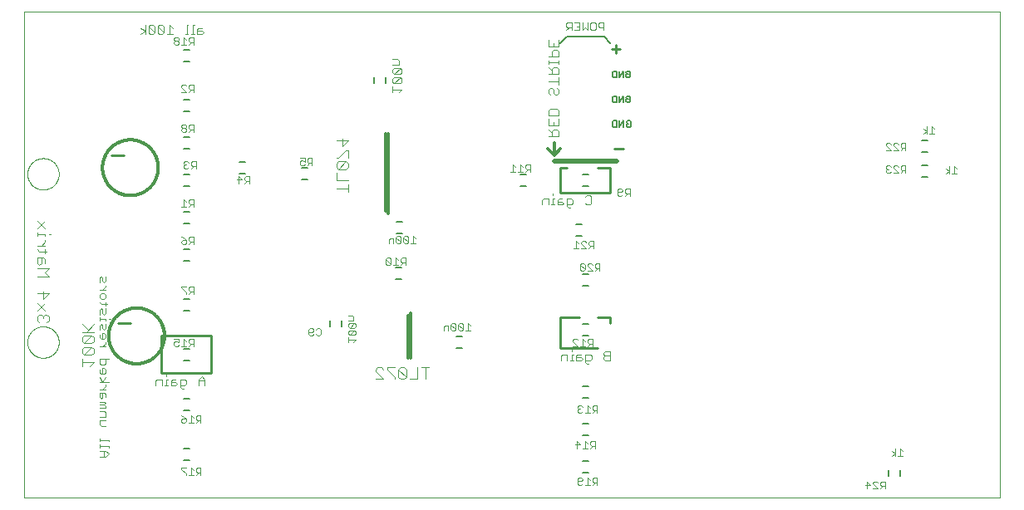
<source format=gbo>
G75*
%MOIN*%
%OFA0B0*%
%FSLAX25Y25*%
%IPPOS*%
%LPD*%
%AMOC8*
5,1,8,0,0,1.08239X$1,22.5*
%
%ADD10C,0.00000*%
%ADD11C,0.00400*%
%ADD12C,0.00300*%
%ADD13C,0.01200*%
%ADD14C,0.01000*%
%ADD15C,0.01400*%
%ADD16C,0.00600*%
%ADD17C,0.02000*%
%ADD18C,0.00500*%
%ADD19C,0.00900*%
D10*
X0002660Y0001000D02*
X0002660Y0195961D01*
X0393861Y0195961D01*
X0393861Y0001000D01*
X0002660Y0001000D01*
X0003861Y0063500D02*
X0003863Y0063658D01*
X0003869Y0063816D01*
X0003879Y0063974D01*
X0003893Y0064132D01*
X0003911Y0064289D01*
X0003932Y0064446D01*
X0003958Y0064602D01*
X0003988Y0064758D01*
X0004021Y0064913D01*
X0004059Y0065066D01*
X0004100Y0065219D01*
X0004145Y0065371D01*
X0004194Y0065522D01*
X0004247Y0065671D01*
X0004303Y0065819D01*
X0004363Y0065965D01*
X0004427Y0066110D01*
X0004495Y0066253D01*
X0004566Y0066395D01*
X0004640Y0066535D01*
X0004718Y0066672D01*
X0004800Y0066808D01*
X0004884Y0066942D01*
X0004973Y0067073D01*
X0005064Y0067202D01*
X0005159Y0067329D01*
X0005256Y0067454D01*
X0005357Y0067576D01*
X0005461Y0067695D01*
X0005568Y0067812D01*
X0005678Y0067926D01*
X0005791Y0068037D01*
X0005906Y0068146D01*
X0006024Y0068251D01*
X0006145Y0068353D01*
X0006268Y0068453D01*
X0006394Y0068549D01*
X0006522Y0068642D01*
X0006652Y0068732D01*
X0006785Y0068818D01*
X0006920Y0068902D01*
X0007056Y0068981D01*
X0007195Y0069058D01*
X0007336Y0069130D01*
X0007478Y0069200D01*
X0007622Y0069265D01*
X0007768Y0069327D01*
X0007915Y0069385D01*
X0008064Y0069440D01*
X0008214Y0069491D01*
X0008365Y0069538D01*
X0008517Y0069581D01*
X0008670Y0069620D01*
X0008825Y0069656D01*
X0008980Y0069687D01*
X0009136Y0069715D01*
X0009292Y0069739D01*
X0009449Y0069759D01*
X0009607Y0069775D01*
X0009764Y0069787D01*
X0009923Y0069795D01*
X0010081Y0069799D01*
X0010239Y0069799D01*
X0010397Y0069795D01*
X0010556Y0069787D01*
X0010713Y0069775D01*
X0010871Y0069759D01*
X0011028Y0069739D01*
X0011184Y0069715D01*
X0011340Y0069687D01*
X0011495Y0069656D01*
X0011650Y0069620D01*
X0011803Y0069581D01*
X0011955Y0069538D01*
X0012106Y0069491D01*
X0012256Y0069440D01*
X0012405Y0069385D01*
X0012552Y0069327D01*
X0012698Y0069265D01*
X0012842Y0069200D01*
X0012984Y0069130D01*
X0013125Y0069058D01*
X0013264Y0068981D01*
X0013400Y0068902D01*
X0013535Y0068818D01*
X0013668Y0068732D01*
X0013798Y0068642D01*
X0013926Y0068549D01*
X0014052Y0068453D01*
X0014175Y0068353D01*
X0014296Y0068251D01*
X0014414Y0068146D01*
X0014529Y0068037D01*
X0014642Y0067926D01*
X0014752Y0067812D01*
X0014859Y0067695D01*
X0014963Y0067576D01*
X0015064Y0067454D01*
X0015161Y0067329D01*
X0015256Y0067202D01*
X0015347Y0067073D01*
X0015436Y0066942D01*
X0015520Y0066808D01*
X0015602Y0066672D01*
X0015680Y0066535D01*
X0015754Y0066395D01*
X0015825Y0066253D01*
X0015893Y0066110D01*
X0015957Y0065965D01*
X0016017Y0065819D01*
X0016073Y0065671D01*
X0016126Y0065522D01*
X0016175Y0065371D01*
X0016220Y0065219D01*
X0016261Y0065066D01*
X0016299Y0064913D01*
X0016332Y0064758D01*
X0016362Y0064602D01*
X0016388Y0064446D01*
X0016409Y0064289D01*
X0016427Y0064132D01*
X0016441Y0063974D01*
X0016451Y0063816D01*
X0016457Y0063658D01*
X0016459Y0063500D01*
X0016457Y0063342D01*
X0016451Y0063184D01*
X0016441Y0063026D01*
X0016427Y0062868D01*
X0016409Y0062711D01*
X0016388Y0062554D01*
X0016362Y0062398D01*
X0016332Y0062242D01*
X0016299Y0062087D01*
X0016261Y0061934D01*
X0016220Y0061781D01*
X0016175Y0061629D01*
X0016126Y0061478D01*
X0016073Y0061329D01*
X0016017Y0061181D01*
X0015957Y0061035D01*
X0015893Y0060890D01*
X0015825Y0060747D01*
X0015754Y0060605D01*
X0015680Y0060465D01*
X0015602Y0060328D01*
X0015520Y0060192D01*
X0015436Y0060058D01*
X0015347Y0059927D01*
X0015256Y0059798D01*
X0015161Y0059671D01*
X0015064Y0059546D01*
X0014963Y0059424D01*
X0014859Y0059305D01*
X0014752Y0059188D01*
X0014642Y0059074D01*
X0014529Y0058963D01*
X0014414Y0058854D01*
X0014296Y0058749D01*
X0014175Y0058647D01*
X0014052Y0058547D01*
X0013926Y0058451D01*
X0013798Y0058358D01*
X0013668Y0058268D01*
X0013535Y0058182D01*
X0013400Y0058098D01*
X0013264Y0058019D01*
X0013125Y0057942D01*
X0012984Y0057870D01*
X0012842Y0057800D01*
X0012698Y0057735D01*
X0012552Y0057673D01*
X0012405Y0057615D01*
X0012256Y0057560D01*
X0012106Y0057509D01*
X0011955Y0057462D01*
X0011803Y0057419D01*
X0011650Y0057380D01*
X0011495Y0057344D01*
X0011340Y0057313D01*
X0011184Y0057285D01*
X0011028Y0057261D01*
X0010871Y0057241D01*
X0010713Y0057225D01*
X0010556Y0057213D01*
X0010397Y0057205D01*
X0010239Y0057201D01*
X0010081Y0057201D01*
X0009923Y0057205D01*
X0009764Y0057213D01*
X0009607Y0057225D01*
X0009449Y0057241D01*
X0009292Y0057261D01*
X0009136Y0057285D01*
X0008980Y0057313D01*
X0008825Y0057344D01*
X0008670Y0057380D01*
X0008517Y0057419D01*
X0008365Y0057462D01*
X0008214Y0057509D01*
X0008064Y0057560D01*
X0007915Y0057615D01*
X0007768Y0057673D01*
X0007622Y0057735D01*
X0007478Y0057800D01*
X0007336Y0057870D01*
X0007195Y0057942D01*
X0007056Y0058019D01*
X0006920Y0058098D01*
X0006785Y0058182D01*
X0006652Y0058268D01*
X0006522Y0058358D01*
X0006394Y0058451D01*
X0006268Y0058547D01*
X0006145Y0058647D01*
X0006024Y0058749D01*
X0005906Y0058854D01*
X0005791Y0058963D01*
X0005678Y0059074D01*
X0005568Y0059188D01*
X0005461Y0059305D01*
X0005357Y0059424D01*
X0005256Y0059546D01*
X0005159Y0059671D01*
X0005064Y0059798D01*
X0004973Y0059927D01*
X0004884Y0060058D01*
X0004800Y0060192D01*
X0004718Y0060328D01*
X0004640Y0060465D01*
X0004566Y0060605D01*
X0004495Y0060747D01*
X0004427Y0060890D01*
X0004363Y0061035D01*
X0004303Y0061181D01*
X0004247Y0061329D01*
X0004194Y0061478D01*
X0004145Y0061629D01*
X0004100Y0061781D01*
X0004059Y0061934D01*
X0004021Y0062087D01*
X0003988Y0062242D01*
X0003958Y0062398D01*
X0003932Y0062554D01*
X0003911Y0062711D01*
X0003893Y0062868D01*
X0003879Y0063026D01*
X0003869Y0063184D01*
X0003863Y0063342D01*
X0003861Y0063500D01*
X0003861Y0131000D02*
X0003863Y0131158D01*
X0003869Y0131316D01*
X0003879Y0131474D01*
X0003893Y0131632D01*
X0003911Y0131789D01*
X0003932Y0131946D01*
X0003958Y0132102D01*
X0003988Y0132258D01*
X0004021Y0132413D01*
X0004059Y0132566D01*
X0004100Y0132719D01*
X0004145Y0132871D01*
X0004194Y0133022D01*
X0004247Y0133171D01*
X0004303Y0133319D01*
X0004363Y0133465D01*
X0004427Y0133610D01*
X0004495Y0133753D01*
X0004566Y0133895D01*
X0004640Y0134035D01*
X0004718Y0134172D01*
X0004800Y0134308D01*
X0004884Y0134442D01*
X0004973Y0134573D01*
X0005064Y0134702D01*
X0005159Y0134829D01*
X0005256Y0134954D01*
X0005357Y0135076D01*
X0005461Y0135195D01*
X0005568Y0135312D01*
X0005678Y0135426D01*
X0005791Y0135537D01*
X0005906Y0135646D01*
X0006024Y0135751D01*
X0006145Y0135853D01*
X0006268Y0135953D01*
X0006394Y0136049D01*
X0006522Y0136142D01*
X0006652Y0136232D01*
X0006785Y0136318D01*
X0006920Y0136402D01*
X0007056Y0136481D01*
X0007195Y0136558D01*
X0007336Y0136630D01*
X0007478Y0136700D01*
X0007622Y0136765D01*
X0007768Y0136827D01*
X0007915Y0136885D01*
X0008064Y0136940D01*
X0008214Y0136991D01*
X0008365Y0137038D01*
X0008517Y0137081D01*
X0008670Y0137120D01*
X0008825Y0137156D01*
X0008980Y0137187D01*
X0009136Y0137215D01*
X0009292Y0137239D01*
X0009449Y0137259D01*
X0009607Y0137275D01*
X0009764Y0137287D01*
X0009923Y0137295D01*
X0010081Y0137299D01*
X0010239Y0137299D01*
X0010397Y0137295D01*
X0010556Y0137287D01*
X0010713Y0137275D01*
X0010871Y0137259D01*
X0011028Y0137239D01*
X0011184Y0137215D01*
X0011340Y0137187D01*
X0011495Y0137156D01*
X0011650Y0137120D01*
X0011803Y0137081D01*
X0011955Y0137038D01*
X0012106Y0136991D01*
X0012256Y0136940D01*
X0012405Y0136885D01*
X0012552Y0136827D01*
X0012698Y0136765D01*
X0012842Y0136700D01*
X0012984Y0136630D01*
X0013125Y0136558D01*
X0013264Y0136481D01*
X0013400Y0136402D01*
X0013535Y0136318D01*
X0013668Y0136232D01*
X0013798Y0136142D01*
X0013926Y0136049D01*
X0014052Y0135953D01*
X0014175Y0135853D01*
X0014296Y0135751D01*
X0014414Y0135646D01*
X0014529Y0135537D01*
X0014642Y0135426D01*
X0014752Y0135312D01*
X0014859Y0135195D01*
X0014963Y0135076D01*
X0015064Y0134954D01*
X0015161Y0134829D01*
X0015256Y0134702D01*
X0015347Y0134573D01*
X0015436Y0134442D01*
X0015520Y0134308D01*
X0015602Y0134172D01*
X0015680Y0134035D01*
X0015754Y0133895D01*
X0015825Y0133753D01*
X0015893Y0133610D01*
X0015957Y0133465D01*
X0016017Y0133319D01*
X0016073Y0133171D01*
X0016126Y0133022D01*
X0016175Y0132871D01*
X0016220Y0132719D01*
X0016261Y0132566D01*
X0016299Y0132413D01*
X0016332Y0132258D01*
X0016362Y0132102D01*
X0016388Y0131946D01*
X0016409Y0131789D01*
X0016427Y0131632D01*
X0016441Y0131474D01*
X0016451Y0131316D01*
X0016457Y0131158D01*
X0016459Y0131000D01*
X0016457Y0130842D01*
X0016451Y0130684D01*
X0016441Y0130526D01*
X0016427Y0130368D01*
X0016409Y0130211D01*
X0016388Y0130054D01*
X0016362Y0129898D01*
X0016332Y0129742D01*
X0016299Y0129587D01*
X0016261Y0129434D01*
X0016220Y0129281D01*
X0016175Y0129129D01*
X0016126Y0128978D01*
X0016073Y0128829D01*
X0016017Y0128681D01*
X0015957Y0128535D01*
X0015893Y0128390D01*
X0015825Y0128247D01*
X0015754Y0128105D01*
X0015680Y0127965D01*
X0015602Y0127828D01*
X0015520Y0127692D01*
X0015436Y0127558D01*
X0015347Y0127427D01*
X0015256Y0127298D01*
X0015161Y0127171D01*
X0015064Y0127046D01*
X0014963Y0126924D01*
X0014859Y0126805D01*
X0014752Y0126688D01*
X0014642Y0126574D01*
X0014529Y0126463D01*
X0014414Y0126354D01*
X0014296Y0126249D01*
X0014175Y0126147D01*
X0014052Y0126047D01*
X0013926Y0125951D01*
X0013798Y0125858D01*
X0013668Y0125768D01*
X0013535Y0125682D01*
X0013400Y0125598D01*
X0013264Y0125519D01*
X0013125Y0125442D01*
X0012984Y0125370D01*
X0012842Y0125300D01*
X0012698Y0125235D01*
X0012552Y0125173D01*
X0012405Y0125115D01*
X0012256Y0125060D01*
X0012106Y0125009D01*
X0011955Y0124962D01*
X0011803Y0124919D01*
X0011650Y0124880D01*
X0011495Y0124844D01*
X0011340Y0124813D01*
X0011184Y0124785D01*
X0011028Y0124761D01*
X0010871Y0124741D01*
X0010713Y0124725D01*
X0010556Y0124713D01*
X0010397Y0124705D01*
X0010239Y0124701D01*
X0010081Y0124701D01*
X0009923Y0124705D01*
X0009764Y0124713D01*
X0009607Y0124725D01*
X0009449Y0124741D01*
X0009292Y0124761D01*
X0009136Y0124785D01*
X0008980Y0124813D01*
X0008825Y0124844D01*
X0008670Y0124880D01*
X0008517Y0124919D01*
X0008365Y0124962D01*
X0008214Y0125009D01*
X0008064Y0125060D01*
X0007915Y0125115D01*
X0007768Y0125173D01*
X0007622Y0125235D01*
X0007478Y0125300D01*
X0007336Y0125370D01*
X0007195Y0125442D01*
X0007056Y0125519D01*
X0006920Y0125598D01*
X0006785Y0125682D01*
X0006652Y0125768D01*
X0006522Y0125858D01*
X0006394Y0125951D01*
X0006268Y0126047D01*
X0006145Y0126147D01*
X0006024Y0126249D01*
X0005906Y0126354D01*
X0005791Y0126463D01*
X0005678Y0126574D01*
X0005568Y0126688D01*
X0005461Y0126805D01*
X0005357Y0126924D01*
X0005256Y0127046D01*
X0005159Y0127171D01*
X0005064Y0127298D01*
X0004973Y0127427D01*
X0004884Y0127558D01*
X0004800Y0127692D01*
X0004718Y0127828D01*
X0004640Y0127965D01*
X0004566Y0128105D01*
X0004495Y0128247D01*
X0004427Y0128390D01*
X0004363Y0128535D01*
X0004303Y0128681D01*
X0004247Y0128829D01*
X0004194Y0128978D01*
X0004145Y0129129D01*
X0004100Y0129281D01*
X0004059Y0129434D01*
X0004021Y0129587D01*
X0003988Y0129742D01*
X0003958Y0129898D01*
X0003932Y0130054D01*
X0003911Y0130211D01*
X0003893Y0130368D01*
X0003879Y0130526D01*
X0003869Y0130684D01*
X0003863Y0130842D01*
X0003861Y0131000D01*
D11*
X0007860Y0112165D02*
X0010929Y0109096D01*
X0010929Y0106794D02*
X0007860Y0106794D01*
X0007860Y0106027D02*
X0007860Y0107561D01*
X0007860Y0109096D02*
X0010929Y0112165D01*
X0010929Y0106794D02*
X0010929Y0106027D01*
X0010929Y0104492D02*
X0010929Y0103725D01*
X0009394Y0102190D01*
X0007860Y0102190D02*
X0010929Y0102190D01*
X0010929Y0100655D02*
X0010929Y0099121D01*
X0011696Y0099888D02*
X0008627Y0099888D01*
X0007860Y0100655D01*
X0007860Y0097586D02*
X0007860Y0095284D01*
X0008627Y0094517D01*
X0009394Y0095284D01*
X0009394Y0097586D01*
X0010162Y0097586D02*
X0007860Y0097586D01*
X0010162Y0097586D02*
X0010929Y0096819D01*
X0010929Y0095284D01*
X0012464Y0092982D02*
X0007860Y0092982D01*
X0010929Y0091448D02*
X0012464Y0092982D01*
X0010929Y0091448D02*
X0012464Y0089913D01*
X0007860Y0089913D01*
X0010162Y0083774D02*
X0010162Y0080705D01*
X0012464Y0083007D01*
X0007860Y0083007D01*
X0007860Y0079170D02*
X0010929Y0076101D01*
X0010929Y0074567D02*
X0010162Y0073799D01*
X0009394Y0074567D01*
X0008627Y0074567D01*
X0007860Y0073799D01*
X0007860Y0072265D01*
X0008627Y0071497D01*
X0010162Y0073032D02*
X0010162Y0073799D01*
X0010929Y0074567D02*
X0011696Y0074567D01*
X0012464Y0073799D01*
X0012464Y0072265D01*
X0011696Y0071497D01*
X0007860Y0076101D02*
X0010929Y0079170D01*
X0025860Y0070665D02*
X0028162Y0068363D01*
X0027394Y0067596D02*
X0030464Y0070665D01*
X0030464Y0067596D02*
X0025860Y0067596D01*
X0026627Y0066061D02*
X0025860Y0065294D01*
X0025860Y0063759D01*
X0026627Y0062992D01*
X0029696Y0066061D01*
X0026627Y0066061D01*
X0029696Y0066061D02*
X0030464Y0065294D01*
X0030464Y0063759D01*
X0029696Y0062992D01*
X0026627Y0062992D01*
X0026627Y0061457D02*
X0025860Y0060690D01*
X0025860Y0059155D01*
X0026627Y0058388D01*
X0029696Y0061457D01*
X0026627Y0061457D01*
X0029696Y0061457D02*
X0030464Y0060690D01*
X0030464Y0059155D01*
X0029696Y0058388D01*
X0026627Y0058388D01*
X0025860Y0056854D02*
X0025860Y0053784D01*
X0025860Y0055319D02*
X0030464Y0055319D01*
X0028929Y0053784D01*
X0013231Y0106794D02*
X0012464Y0106794D01*
X0127860Y0125235D02*
X0132464Y0125235D01*
X0132464Y0126769D02*
X0132464Y0123700D01*
X0132464Y0128304D02*
X0127860Y0128304D01*
X0127860Y0131373D01*
X0128627Y0132908D02*
X0131696Y0135977D01*
X0128627Y0135977D01*
X0127860Y0135210D01*
X0127860Y0133675D01*
X0128627Y0132908D01*
X0131696Y0132908D01*
X0132464Y0133675D01*
X0132464Y0135210D01*
X0131696Y0135977D01*
X0132464Y0137512D02*
X0132464Y0140581D01*
X0131696Y0140581D01*
X0128627Y0137512D01*
X0127860Y0137512D01*
X0130162Y0142116D02*
X0130162Y0145185D01*
X0127860Y0144418D02*
X0132464Y0144418D01*
X0130162Y0142116D01*
X0212860Y0146200D02*
X0216963Y0146200D01*
X0216963Y0148252D01*
X0216279Y0148936D01*
X0214912Y0148936D01*
X0214228Y0148252D01*
X0214228Y0146200D01*
X0214228Y0147568D02*
X0212860Y0148936D01*
X0212860Y0150344D02*
X0212860Y0153079D01*
X0212860Y0154487D02*
X0212860Y0156539D01*
X0213544Y0157223D01*
X0216279Y0157223D01*
X0216963Y0156539D01*
X0216963Y0154487D01*
X0212860Y0154487D01*
X0214912Y0151711D02*
X0214912Y0150344D01*
X0216963Y0150344D02*
X0212860Y0150344D01*
X0216963Y0150344D02*
X0216963Y0153079D01*
X0216279Y0162774D02*
X0215596Y0162774D01*
X0214912Y0163458D01*
X0214912Y0164826D01*
X0214228Y0165510D01*
X0213544Y0165510D01*
X0212860Y0164826D01*
X0212860Y0163458D01*
X0213544Y0162774D01*
X0216279Y0162774D02*
X0216963Y0163458D01*
X0216963Y0164826D01*
X0216279Y0165510D01*
X0216963Y0166918D02*
X0216963Y0169653D01*
X0216963Y0168286D02*
X0212860Y0168286D01*
X0212860Y0171061D02*
X0216963Y0171061D01*
X0216963Y0173113D01*
X0216279Y0173797D01*
X0214912Y0173797D01*
X0214228Y0173113D01*
X0214228Y0171061D01*
X0214228Y0172429D02*
X0212860Y0173797D01*
X0212860Y0175205D02*
X0212860Y0176573D01*
X0212860Y0175889D02*
X0216963Y0175889D01*
X0216963Y0175205D02*
X0216963Y0176573D01*
X0216963Y0177967D02*
X0212860Y0177967D01*
X0214228Y0177967D02*
X0214228Y0180019D01*
X0214912Y0180703D01*
X0216279Y0180703D01*
X0216963Y0180019D01*
X0216963Y0177967D01*
X0216963Y0182111D02*
X0212860Y0182111D01*
X0212860Y0184846D01*
X0214912Y0183479D02*
X0214912Y0182111D01*
X0216963Y0182111D02*
X0216963Y0184846D01*
X0164960Y0053304D02*
X0161891Y0053304D01*
X0163425Y0053304D02*
X0163425Y0048700D01*
X0160356Y0048700D02*
X0157287Y0048700D01*
X0155752Y0049467D02*
X0154985Y0048700D01*
X0153450Y0048700D01*
X0152683Y0049467D01*
X0152683Y0052537D01*
X0155752Y0049467D01*
X0155752Y0052537D01*
X0154985Y0053304D01*
X0153450Y0053304D01*
X0152683Y0052537D01*
X0151148Y0053304D02*
X0148079Y0053304D01*
X0148079Y0052537D01*
X0151148Y0049467D01*
X0151148Y0048700D01*
X0146544Y0048700D02*
X0143475Y0051769D01*
X0143475Y0052537D01*
X0144242Y0053304D01*
X0145777Y0053304D01*
X0146544Y0052537D01*
X0146544Y0048700D02*
X0143475Y0048700D01*
X0160356Y0048700D02*
X0160356Y0053304D01*
D12*
X0135512Y0064331D02*
X0132610Y0064331D01*
X0132610Y0063364D02*
X0132610Y0065299D01*
X0133094Y0066310D02*
X0135029Y0068245D01*
X0133094Y0068245D01*
X0132610Y0067762D01*
X0132610Y0066794D01*
X0133094Y0066310D01*
X0135029Y0066310D01*
X0135512Y0066794D01*
X0135512Y0067762D01*
X0135029Y0068245D01*
X0135029Y0069257D02*
X0133094Y0069257D01*
X0135029Y0071192D01*
X0133094Y0071192D01*
X0132610Y0070708D01*
X0132610Y0069741D01*
X0133094Y0069257D01*
X0135029Y0069257D02*
X0135512Y0069741D01*
X0135512Y0070708D01*
X0135029Y0071192D01*
X0134545Y0072203D02*
X0134545Y0073655D01*
X0134061Y0074138D01*
X0132610Y0074138D01*
X0132610Y0072203D02*
X0134545Y0072203D01*
X0135512Y0064331D02*
X0134545Y0063364D01*
X0121510Y0066634D02*
X0121026Y0066150D01*
X0120059Y0066150D01*
X0119575Y0066634D01*
X0118563Y0066634D02*
X0118080Y0066150D01*
X0117112Y0066150D01*
X0116628Y0066634D01*
X0116628Y0068569D01*
X0117112Y0069052D01*
X0118080Y0069052D01*
X0118563Y0068569D01*
X0118563Y0068085D01*
X0118080Y0067601D01*
X0116628Y0067601D01*
X0119575Y0068569D02*
X0120059Y0069052D01*
X0121026Y0069052D01*
X0121510Y0068569D01*
X0121510Y0066634D01*
X0075010Y0048619D02*
X0075010Y0046150D01*
X0075010Y0048002D02*
X0072541Y0048002D01*
X0072541Y0048619D02*
X0072541Y0046150D01*
X0072541Y0048619D02*
X0073775Y0049853D01*
X0075010Y0048619D01*
X0067644Y0048002D02*
X0067644Y0046767D01*
X0067026Y0046150D01*
X0065175Y0046150D01*
X0065175Y0045533D02*
X0065175Y0048619D01*
X0067026Y0048619D01*
X0067644Y0048002D01*
X0065175Y0045533D02*
X0065792Y0044916D01*
X0066409Y0044916D01*
X0063960Y0046767D02*
X0063343Y0047384D01*
X0061492Y0047384D01*
X0061492Y0048002D02*
X0061492Y0046150D01*
X0063343Y0046150D01*
X0063960Y0046767D01*
X0063343Y0048619D02*
X0062109Y0048619D01*
X0061492Y0048002D01*
X0060277Y0048619D02*
X0059660Y0048619D01*
X0059660Y0046150D01*
X0060277Y0046150D02*
X0059043Y0046150D01*
X0057822Y0046150D02*
X0057822Y0048619D01*
X0055970Y0048619D01*
X0055353Y0048002D01*
X0055353Y0046150D01*
X0059660Y0049853D02*
X0059660Y0050470D01*
X0063166Y0061900D02*
X0064133Y0061900D01*
X0064617Y0062384D01*
X0064617Y0063351D02*
X0063649Y0063835D01*
X0063166Y0063835D01*
X0062682Y0063351D01*
X0062682Y0062384D01*
X0063166Y0061900D01*
X0064617Y0063351D02*
X0064617Y0064802D01*
X0062682Y0064802D01*
X0066596Y0064802D02*
X0066596Y0061900D01*
X0067563Y0061900D02*
X0065628Y0061900D01*
X0067563Y0063835D02*
X0066596Y0064802D01*
X0068575Y0064319D02*
X0068575Y0063351D01*
X0069059Y0062867D01*
X0070510Y0062867D01*
X0070510Y0061900D02*
X0070510Y0064802D01*
X0069059Y0064802D01*
X0068575Y0064319D01*
X0069542Y0062867D02*
X0068575Y0061900D01*
X0036513Y0056787D02*
X0032810Y0056787D01*
X0032810Y0054936D01*
X0033427Y0054318D01*
X0034661Y0054318D01*
X0035279Y0054936D01*
X0035279Y0056787D01*
X0034661Y0053104D02*
X0034044Y0053104D01*
X0034044Y0050635D01*
X0033427Y0050635D02*
X0034661Y0050635D01*
X0035279Y0051253D01*
X0035279Y0052487D01*
X0034661Y0053104D01*
X0032810Y0052487D02*
X0032810Y0051253D01*
X0033427Y0050635D01*
X0032810Y0049418D02*
X0034044Y0047566D01*
X0035279Y0049418D01*
X0036513Y0047566D02*
X0032810Y0047566D01*
X0035279Y0046348D02*
X0035279Y0045731D01*
X0034044Y0044497D01*
X0034044Y0043282D02*
X0034044Y0041431D01*
X0033427Y0040814D01*
X0032810Y0041431D01*
X0032810Y0043282D01*
X0034661Y0043282D01*
X0035279Y0042665D01*
X0035279Y0041431D01*
X0034661Y0039599D02*
X0032810Y0039599D01*
X0032810Y0038365D02*
X0034661Y0038365D01*
X0035279Y0038982D01*
X0034661Y0039599D01*
X0034661Y0038365D02*
X0035279Y0037748D01*
X0035279Y0037130D01*
X0032810Y0037130D01*
X0032810Y0035916D02*
X0034661Y0035916D01*
X0035279Y0035299D01*
X0035279Y0033447D01*
X0032810Y0033447D01*
X0032810Y0032233D02*
X0035279Y0032233D01*
X0035279Y0029764D02*
X0033427Y0029764D01*
X0032810Y0030381D01*
X0032810Y0032233D01*
X0032810Y0024860D02*
X0032810Y0023626D01*
X0032810Y0024243D02*
X0036513Y0024243D01*
X0036513Y0023626D01*
X0036513Y0021787D02*
X0032810Y0021787D01*
X0032810Y0021170D02*
X0032810Y0022405D01*
X0032810Y0019956D02*
X0035279Y0019956D01*
X0036513Y0018721D01*
X0035279Y0017487D01*
X0032810Y0017487D01*
X0034661Y0017487D02*
X0034661Y0019956D01*
X0036513Y0021170D02*
X0036513Y0021787D01*
X0065521Y0013102D02*
X0065521Y0012619D01*
X0067456Y0010684D01*
X0067456Y0010200D01*
X0068468Y0010200D02*
X0070403Y0010200D01*
X0069435Y0010200D02*
X0069435Y0013102D01*
X0070403Y0012135D01*
X0071414Y0012619D02*
X0071414Y0011651D01*
X0071898Y0011167D01*
X0073349Y0011167D01*
X0073349Y0010200D02*
X0073349Y0013102D01*
X0071898Y0013102D01*
X0071414Y0012619D01*
X0072382Y0011167D02*
X0071414Y0010200D01*
X0067456Y0013102D02*
X0065521Y0013102D01*
X0066005Y0031200D02*
X0065521Y0031684D01*
X0065521Y0032167D01*
X0066005Y0032651D01*
X0067456Y0032651D01*
X0067456Y0031684D01*
X0066973Y0031200D01*
X0066005Y0031200D01*
X0067456Y0032651D02*
X0066489Y0033619D01*
X0065521Y0034102D01*
X0069435Y0034102D02*
X0070403Y0033135D01*
X0071414Y0033619D02*
X0071414Y0032651D01*
X0071898Y0032167D01*
X0073349Y0032167D01*
X0073349Y0031200D02*
X0073349Y0034102D01*
X0071898Y0034102D01*
X0071414Y0033619D01*
X0072382Y0032167D02*
X0071414Y0031200D01*
X0070403Y0031200D02*
X0068468Y0031200D01*
X0069435Y0031200D02*
X0069435Y0034102D01*
X0035279Y0044497D02*
X0032810Y0044497D01*
X0032810Y0061685D02*
X0035279Y0061685D01*
X0035279Y0062919D02*
X0035279Y0063536D01*
X0035279Y0062919D02*
X0034044Y0061685D01*
X0034044Y0064754D02*
X0034044Y0067223D01*
X0034661Y0067223D01*
X0035279Y0066606D01*
X0035279Y0065371D01*
X0034661Y0064754D01*
X0033427Y0064754D01*
X0032810Y0065371D01*
X0032810Y0066606D01*
X0032810Y0068437D02*
X0032810Y0070289D01*
X0033427Y0070906D01*
X0034044Y0070289D01*
X0034044Y0069054D01*
X0034661Y0068437D01*
X0035279Y0069054D01*
X0035279Y0070906D01*
X0035279Y0072120D02*
X0035279Y0072738D01*
X0032810Y0072738D01*
X0032810Y0073355D02*
X0032810Y0072120D01*
X0032810Y0074576D02*
X0032810Y0076427D01*
X0033427Y0077045D01*
X0034044Y0076427D01*
X0034044Y0075193D01*
X0034661Y0074576D01*
X0035279Y0075193D01*
X0035279Y0077045D01*
X0035279Y0078259D02*
X0035279Y0079493D01*
X0035896Y0078876D02*
X0033427Y0078876D01*
X0032810Y0079493D01*
X0033427Y0080714D02*
X0032810Y0081332D01*
X0032810Y0082566D01*
X0033427Y0083183D01*
X0034661Y0083183D01*
X0035279Y0082566D01*
X0035279Y0081332D01*
X0034661Y0080714D01*
X0033427Y0080714D01*
X0032810Y0084397D02*
X0035279Y0084397D01*
X0034044Y0084397D02*
X0035279Y0085632D01*
X0035279Y0086249D01*
X0034661Y0087467D02*
X0035279Y0088084D01*
X0035279Y0089936D01*
X0034044Y0089318D02*
X0034044Y0088084D01*
X0034661Y0087467D01*
X0032810Y0087467D02*
X0032810Y0089318D01*
X0033427Y0089936D01*
X0034044Y0089318D01*
X0065628Y0085802D02*
X0065628Y0085319D01*
X0067563Y0083384D01*
X0067563Y0082900D01*
X0068575Y0082900D02*
X0069542Y0083867D01*
X0069059Y0083867D02*
X0070510Y0083867D01*
X0070510Y0082900D02*
X0070510Y0085802D01*
X0069059Y0085802D01*
X0068575Y0085319D01*
X0068575Y0084351D01*
X0069059Y0083867D01*
X0067563Y0085802D02*
X0065628Y0085802D01*
X0037130Y0072738D02*
X0036513Y0072738D01*
X0066112Y0102900D02*
X0065628Y0103384D01*
X0065628Y0103867D01*
X0066112Y0104351D01*
X0067563Y0104351D01*
X0067563Y0103384D01*
X0067080Y0102900D01*
X0066112Y0102900D01*
X0067563Y0104351D02*
X0066596Y0105319D01*
X0065628Y0105802D01*
X0068575Y0105319D02*
X0068575Y0104351D01*
X0069059Y0103867D01*
X0070510Y0103867D01*
X0070510Y0102900D02*
X0070510Y0105802D01*
X0069059Y0105802D01*
X0068575Y0105319D01*
X0069542Y0103867D02*
X0068575Y0102900D01*
X0068575Y0117900D02*
X0069542Y0118867D01*
X0069059Y0118867D02*
X0070510Y0118867D01*
X0070510Y0117900D02*
X0070510Y0120802D01*
X0069059Y0120802D01*
X0068575Y0120319D01*
X0068575Y0119351D01*
X0069059Y0118867D01*
X0067563Y0117900D02*
X0065628Y0117900D01*
X0066596Y0117900D02*
X0066596Y0120802D01*
X0067563Y0119835D01*
X0088505Y0127200D02*
X0088505Y0130102D01*
X0089956Y0128651D01*
X0088021Y0128651D01*
X0090968Y0128651D02*
X0091452Y0128167D01*
X0092903Y0128167D01*
X0092903Y0127200D02*
X0092903Y0130102D01*
X0091452Y0130102D01*
X0090968Y0129619D01*
X0090968Y0128651D01*
X0091935Y0128167D02*
X0090968Y0127200D01*
X0071403Y0133200D02*
X0071403Y0136102D01*
X0069952Y0136102D01*
X0069468Y0135619D01*
X0069468Y0134651D01*
X0069952Y0134167D01*
X0071403Y0134167D01*
X0070435Y0134167D02*
X0069468Y0133200D01*
X0068456Y0133684D02*
X0067973Y0133200D01*
X0067005Y0133200D01*
X0066521Y0133684D01*
X0066521Y0134167D01*
X0067005Y0134651D01*
X0067489Y0134651D01*
X0067005Y0134651D02*
X0066521Y0135135D01*
X0066521Y0135619D01*
X0067005Y0136102D01*
X0067973Y0136102D01*
X0068456Y0135619D01*
X0068575Y0147900D02*
X0069542Y0148867D01*
X0069059Y0148867D02*
X0070510Y0148867D01*
X0070510Y0147900D02*
X0070510Y0150802D01*
X0069059Y0150802D01*
X0068575Y0150319D01*
X0068575Y0149351D01*
X0069059Y0148867D01*
X0067563Y0148867D02*
X0067080Y0149351D01*
X0066112Y0149351D01*
X0065628Y0148867D01*
X0065628Y0148384D01*
X0066112Y0147900D01*
X0067080Y0147900D01*
X0067563Y0148384D01*
X0067563Y0148867D01*
X0067080Y0149351D02*
X0067563Y0149835D01*
X0067563Y0150319D01*
X0067080Y0150802D01*
X0066112Y0150802D01*
X0065628Y0150319D01*
X0065628Y0149835D01*
X0066112Y0149351D01*
X0065628Y0163900D02*
X0067563Y0163900D01*
X0065628Y0165835D01*
X0065628Y0166319D01*
X0066112Y0166802D01*
X0067080Y0166802D01*
X0067563Y0166319D01*
X0068575Y0166319D02*
X0068575Y0165351D01*
X0069059Y0164867D01*
X0070510Y0164867D01*
X0070510Y0163900D02*
X0070510Y0166802D01*
X0069059Y0166802D01*
X0068575Y0166319D01*
X0069542Y0164867D02*
X0068575Y0163900D01*
X0068575Y0182900D02*
X0069542Y0183867D01*
X0069059Y0183867D02*
X0070510Y0183867D01*
X0070510Y0182900D02*
X0070510Y0185802D01*
X0069059Y0185802D01*
X0068575Y0185319D01*
X0068575Y0184351D01*
X0069059Y0183867D01*
X0067563Y0182900D02*
X0065628Y0182900D01*
X0066596Y0182900D02*
X0066596Y0185802D01*
X0067563Y0184835D01*
X0064617Y0184835D02*
X0064617Y0185319D01*
X0064133Y0185802D01*
X0063166Y0185802D01*
X0062682Y0185319D01*
X0062682Y0184835D01*
X0063166Y0184351D01*
X0064133Y0184351D01*
X0064617Y0184835D01*
X0064133Y0184351D02*
X0064617Y0183867D01*
X0064617Y0183384D01*
X0064133Y0182900D01*
X0063166Y0182900D01*
X0062682Y0183384D01*
X0062682Y0183867D01*
X0063166Y0184351D01*
X0062233Y0187150D02*
X0059764Y0187150D01*
X0060998Y0187150D02*
X0060998Y0190853D01*
X0062233Y0189619D01*
X0058550Y0190236D02*
X0058550Y0187767D01*
X0056081Y0190236D01*
X0056081Y0187767D01*
X0056698Y0187150D01*
X0057932Y0187150D01*
X0058550Y0187767D01*
X0058550Y0190236D02*
X0057932Y0190853D01*
X0056698Y0190853D01*
X0056081Y0190236D01*
X0054866Y0190236D02*
X0054866Y0187767D01*
X0052398Y0190236D01*
X0052398Y0187767D01*
X0053015Y0187150D01*
X0054249Y0187150D01*
X0054866Y0187767D01*
X0054866Y0190236D02*
X0054249Y0190853D01*
X0053015Y0190853D01*
X0052398Y0190236D01*
X0051183Y0190853D02*
X0051183Y0187150D01*
X0051183Y0188384D02*
X0049332Y0189619D01*
X0051183Y0188384D02*
X0049332Y0187150D01*
X0067137Y0187150D02*
X0068371Y0187150D01*
X0067754Y0187150D02*
X0067754Y0190853D01*
X0068371Y0190853D01*
X0070210Y0190853D02*
X0070210Y0187150D01*
X0070827Y0187150D02*
X0069592Y0187150D01*
X0072041Y0187150D02*
X0073893Y0187150D01*
X0074510Y0187767D01*
X0073893Y0188384D01*
X0072041Y0188384D01*
X0072041Y0189002D02*
X0072041Y0187150D01*
X0072041Y0189002D02*
X0072658Y0189619D01*
X0073893Y0189619D01*
X0070827Y0190853D02*
X0070210Y0190853D01*
X0150310Y0177168D02*
X0152161Y0177168D01*
X0152779Y0176551D01*
X0152779Y0174699D01*
X0150310Y0174699D01*
X0150927Y0173485D02*
X0150310Y0172868D01*
X0150310Y0171633D01*
X0150927Y0171016D01*
X0153396Y0173485D01*
X0150927Y0173485D01*
X0153396Y0173485D02*
X0154013Y0172868D01*
X0154013Y0171633D01*
X0153396Y0171016D01*
X0150927Y0171016D01*
X0150927Y0169802D02*
X0150310Y0169185D01*
X0150310Y0167950D01*
X0150927Y0167333D01*
X0153396Y0169802D01*
X0150927Y0169802D01*
X0153396Y0169802D02*
X0154013Y0169185D01*
X0154013Y0167950D01*
X0153396Y0167333D01*
X0150927Y0167333D01*
X0150310Y0166119D02*
X0150310Y0163650D01*
X0150310Y0164884D02*
X0154013Y0164884D01*
X0152779Y0163650D01*
X0118010Y0137302D02*
X0116559Y0137302D01*
X0116075Y0136819D01*
X0116075Y0135851D01*
X0116559Y0135367D01*
X0118010Y0135367D01*
X0118010Y0134400D02*
X0118010Y0137302D01*
X0117042Y0135367D02*
X0116075Y0134400D01*
X0115063Y0134884D02*
X0114580Y0134400D01*
X0113612Y0134400D01*
X0113128Y0134884D01*
X0113128Y0135851D01*
X0113612Y0136335D01*
X0114096Y0136335D01*
X0115063Y0135851D01*
X0115063Y0137302D01*
X0113128Y0137302D01*
X0148735Y0104601D02*
X0148735Y0103150D01*
X0148735Y0104601D02*
X0149219Y0105085D01*
X0150670Y0105085D01*
X0150670Y0103150D01*
X0151682Y0103634D02*
X0152166Y0103150D01*
X0153133Y0103150D01*
X0153617Y0103634D01*
X0151682Y0105569D01*
X0151682Y0103634D01*
X0151682Y0105569D02*
X0152166Y0106052D01*
X0153133Y0106052D01*
X0153617Y0105569D01*
X0153617Y0103634D01*
X0154628Y0103634D02*
X0154628Y0105569D01*
X0156563Y0103634D01*
X0156080Y0103150D01*
X0155112Y0103150D01*
X0154628Y0103634D01*
X0154628Y0105569D02*
X0155112Y0106052D01*
X0156080Y0106052D01*
X0156563Y0105569D01*
X0156563Y0103634D01*
X0157575Y0103150D02*
X0159510Y0103150D01*
X0158542Y0103150D02*
X0158542Y0106052D01*
X0159510Y0105085D01*
X0155510Y0097302D02*
X0154059Y0097302D01*
X0153575Y0096819D01*
X0153575Y0095851D01*
X0154059Y0095367D01*
X0155510Y0095367D01*
X0155510Y0094400D02*
X0155510Y0097302D01*
X0154542Y0095367D02*
X0153575Y0094400D01*
X0152563Y0094400D02*
X0150628Y0094400D01*
X0151596Y0094400D02*
X0151596Y0097302D01*
X0152563Y0096335D01*
X0149617Y0096819D02*
X0149133Y0097302D01*
X0148166Y0097302D01*
X0147682Y0096819D01*
X0149617Y0094884D01*
X0149133Y0094400D01*
X0148166Y0094400D01*
X0147682Y0094884D01*
X0147682Y0096819D01*
X0149617Y0096819D02*
X0149617Y0094884D01*
X0173682Y0070569D02*
X0174166Y0071052D01*
X0175133Y0071052D01*
X0175617Y0070569D01*
X0175617Y0068634D01*
X0173682Y0070569D01*
X0173682Y0068634D01*
X0174166Y0068150D01*
X0175133Y0068150D01*
X0175617Y0068634D01*
X0176628Y0068634D02*
X0177112Y0068150D01*
X0178080Y0068150D01*
X0178563Y0068634D01*
X0176628Y0070569D01*
X0176628Y0068634D01*
X0176628Y0070569D02*
X0177112Y0071052D01*
X0178080Y0071052D01*
X0178563Y0070569D01*
X0178563Y0068634D01*
X0179575Y0068150D02*
X0181510Y0068150D01*
X0180542Y0068150D02*
X0180542Y0071052D01*
X0181510Y0070085D01*
X0172670Y0070085D02*
X0172670Y0068150D01*
X0170735Y0068150D02*
X0170735Y0069601D01*
X0171219Y0070085D01*
X0172670Y0070085D01*
X0217853Y0058002D02*
X0217853Y0056150D01*
X0217853Y0058002D02*
X0218470Y0058619D01*
X0220322Y0058619D01*
X0220322Y0056150D01*
X0221543Y0056150D02*
X0222777Y0056150D01*
X0222160Y0056150D02*
X0222160Y0058619D01*
X0222777Y0058619D01*
X0223992Y0058002D02*
X0223992Y0056150D01*
X0225843Y0056150D01*
X0226460Y0056767D01*
X0225843Y0057384D01*
X0223992Y0057384D01*
X0223992Y0058002D02*
X0224609Y0058619D01*
X0225843Y0058619D01*
X0227675Y0058619D02*
X0229526Y0058619D01*
X0230144Y0058002D01*
X0230144Y0056767D01*
X0229526Y0056150D01*
X0227675Y0056150D01*
X0227675Y0055533D02*
X0227675Y0058619D01*
X0227675Y0055533D02*
X0228292Y0054916D01*
X0228909Y0054916D01*
X0235041Y0056767D02*
X0235041Y0057384D01*
X0235658Y0058002D01*
X0237510Y0058002D01*
X0237510Y0059853D02*
X0235658Y0059853D01*
X0235041Y0059236D01*
X0235041Y0058619D01*
X0235658Y0058002D01*
X0235041Y0056767D02*
X0235658Y0056150D01*
X0237510Y0056150D01*
X0237510Y0059853D01*
X0230510Y0061900D02*
X0230510Y0064802D01*
X0229059Y0064802D01*
X0228575Y0064319D01*
X0228575Y0063351D01*
X0229059Y0062867D01*
X0230510Y0062867D01*
X0229542Y0062867D02*
X0228575Y0061900D01*
X0227563Y0061900D02*
X0225628Y0061900D01*
X0226596Y0061900D02*
X0226596Y0064802D01*
X0227563Y0063835D01*
X0224617Y0064319D02*
X0224133Y0064802D01*
X0223166Y0064802D01*
X0222682Y0064319D01*
X0222682Y0063835D01*
X0224617Y0061900D01*
X0222682Y0061900D01*
X0222160Y0060470D02*
X0222160Y0059853D01*
X0225005Y0038102D02*
X0224521Y0037619D01*
X0224521Y0037135D01*
X0225005Y0036651D01*
X0224521Y0036167D01*
X0224521Y0035684D01*
X0225005Y0035200D01*
X0225973Y0035200D01*
X0226456Y0035684D01*
X0227468Y0035200D02*
X0229403Y0035200D01*
X0228435Y0035200D02*
X0228435Y0038102D01*
X0229403Y0037135D01*
X0230414Y0037619D02*
X0230414Y0036651D01*
X0230898Y0036167D01*
X0232349Y0036167D01*
X0232349Y0035200D02*
X0232349Y0038102D01*
X0230898Y0038102D01*
X0230414Y0037619D01*
X0231382Y0036167D02*
X0230414Y0035200D01*
X0225489Y0036651D02*
X0225005Y0036651D01*
X0225005Y0038102D02*
X0225973Y0038102D01*
X0226456Y0037619D01*
X0227596Y0023802D02*
X0227596Y0020900D01*
X0228563Y0020900D02*
X0226628Y0020900D01*
X0225617Y0022351D02*
X0223682Y0022351D01*
X0224166Y0020900D02*
X0224166Y0023802D01*
X0225617Y0022351D01*
X0227596Y0023802D02*
X0228563Y0022835D01*
X0229575Y0023319D02*
X0230059Y0023802D01*
X0231510Y0023802D01*
X0231510Y0020900D01*
X0231510Y0021867D02*
X0230059Y0021867D01*
X0229575Y0022351D01*
X0229575Y0023319D01*
X0230542Y0021867D02*
X0229575Y0020900D01*
X0228435Y0009102D02*
X0228435Y0006200D01*
X0227468Y0006200D02*
X0229403Y0006200D01*
X0230414Y0006200D02*
X0231382Y0007167D01*
X0230898Y0007167D02*
X0232349Y0007167D01*
X0232349Y0006200D02*
X0232349Y0009102D01*
X0230898Y0009102D01*
X0230414Y0008619D01*
X0230414Y0007651D01*
X0230898Y0007167D01*
X0229403Y0008135D02*
X0228435Y0009102D01*
X0226456Y0008619D02*
X0226456Y0008135D01*
X0225973Y0007651D01*
X0224521Y0007651D01*
X0224521Y0006684D02*
X0224521Y0008619D01*
X0225005Y0009102D01*
X0225973Y0009102D01*
X0226456Y0008619D01*
X0226456Y0006684D02*
X0225973Y0006200D01*
X0225005Y0006200D01*
X0224521Y0006684D01*
X0340021Y0006151D02*
X0341956Y0006151D01*
X0340505Y0007602D01*
X0340505Y0004700D01*
X0342968Y0004700D02*
X0344903Y0004700D01*
X0342968Y0006635D01*
X0342968Y0007119D01*
X0343452Y0007602D01*
X0344419Y0007602D01*
X0344903Y0007119D01*
X0345914Y0007119D02*
X0345914Y0006151D01*
X0346398Y0005667D01*
X0347849Y0005667D01*
X0347849Y0004700D02*
X0347849Y0007602D01*
X0346398Y0007602D01*
X0345914Y0007119D01*
X0346882Y0005667D02*
X0345914Y0004700D01*
X0350514Y0017950D02*
X0351965Y0018917D01*
X0350514Y0019885D01*
X0351965Y0020852D02*
X0351965Y0017950D01*
X0352977Y0017950D02*
X0354912Y0017950D01*
X0353944Y0017950D02*
X0353944Y0020852D01*
X0354912Y0019885D01*
X0233349Y0092200D02*
X0233349Y0095102D01*
X0231898Y0095102D01*
X0231414Y0094619D01*
X0231414Y0093651D01*
X0231898Y0093167D01*
X0233349Y0093167D01*
X0232382Y0093167D02*
X0231414Y0092200D01*
X0230403Y0092200D02*
X0228468Y0094135D01*
X0228468Y0094619D01*
X0228952Y0095102D01*
X0229919Y0095102D01*
X0230403Y0094619D01*
X0227456Y0094619D02*
X0227456Y0092684D01*
X0225521Y0094619D01*
X0225521Y0092684D01*
X0226005Y0092200D01*
X0226973Y0092200D01*
X0227456Y0092684D01*
X0228468Y0092200D02*
X0230403Y0092200D01*
X0227456Y0094619D02*
X0226973Y0095102D01*
X0226005Y0095102D01*
X0225521Y0094619D01*
X0225968Y0101200D02*
X0227903Y0101200D01*
X0225968Y0103135D01*
X0225968Y0103619D01*
X0226452Y0104102D01*
X0227419Y0104102D01*
X0227903Y0103619D01*
X0228914Y0103619D02*
X0228914Y0102651D01*
X0229398Y0102167D01*
X0230849Y0102167D01*
X0230849Y0101200D02*
X0230849Y0104102D01*
X0229398Y0104102D01*
X0228914Y0103619D01*
X0229882Y0102167D02*
X0228914Y0101200D01*
X0224956Y0101200D02*
X0223021Y0101200D01*
X0223989Y0101200D02*
X0223989Y0104102D01*
X0224956Y0103135D01*
X0221409Y0117416D02*
X0220792Y0117416D01*
X0220175Y0118033D01*
X0220175Y0121119D01*
X0222026Y0121119D01*
X0222644Y0120502D01*
X0222644Y0119267D01*
X0222026Y0118650D01*
X0220175Y0118650D01*
X0218960Y0119267D02*
X0218343Y0119884D01*
X0216492Y0119884D01*
X0216492Y0120502D02*
X0216492Y0118650D01*
X0218343Y0118650D01*
X0218960Y0119267D01*
X0218343Y0121119D02*
X0217109Y0121119D01*
X0216492Y0120502D01*
X0215277Y0121119D02*
X0214660Y0121119D01*
X0214660Y0118650D01*
X0215277Y0118650D02*
X0214043Y0118650D01*
X0212822Y0118650D02*
X0212822Y0121119D01*
X0210970Y0121119D01*
X0210353Y0120502D01*
X0210353Y0118650D01*
X0214660Y0122353D02*
X0214660Y0122970D01*
X0227541Y0121736D02*
X0228158Y0122353D01*
X0229393Y0122353D01*
X0230010Y0121736D01*
X0230010Y0119267D01*
X0229393Y0118650D01*
X0228158Y0118650D01*
X0227541Y0119267D01*
X0240521Y0122684D02*
X0240521Y0124619D01*
X0241005Y0125102D01*
X0241973Y0125102D01*
X0242456Y0124619D01*
X0242456Y0124135D01*
X0241973Y0123651D01*
X0240521Y0123651D01*
X0240521Y0122684D02*
X0241005Y0122200D01*
X0241973Y0122200D01*
X0242456Y0122684D01*
X0243468Y0122200D02*
X0244435Y0123167D01*
X0243952Y0123167D02*
X0245403Y0123167D01*
X0245403Y0122200D02*
X0245403Y0125102D01*
X0243952Y0125102D01*
X0243468Y0124619D01*
X0243468Y0123651D01*
X0243952Y0123167D01*
X0205510Y0131900D02*
X0205510Y0134802D01*
X0204059Y0134802D01*
X0203575Y0134319D01*
X0203575Y0133351D01*
X0204059Y0132867D01*
X0205510Y0132867D01*
X0204542Y0132867D02*
X0203575Y0131900D01*
X0202563Y0131900D02*
X0200628Y0131900D01*
X0201596Y0131900D02*
X0201596Y0134802D01*
X0202563Y0133835D01*
X0199617Y0133835D02*
X0198649Y0134802D01*
X0198649Y0131900D01*
X0197682Y0131900D02*
X0199617Y0131900D01*
X0219984Y0188650D02*
X0221051Y0189718D01*
X0220517Y0189718D02*
X0222119Y0189718D01*
X0222119Y0188650D02*
X0222119Y0191853D01*
X0220517Y0191853D01*
X0219984Y0191319D01*
X0219984Y0190251D01*
X0220517Y0189718D01*
X0223206Y0188650D02*
X0225342Y0188650D01*
X0225342Y0191853D01*
X0223206Y0191853D01*
X0224274Y0190251D02*
X0225342Y0190251D01*
X0226429Y0188650D02*
X0227497Y0189718D01*
X0228564Y0188650D01*
X0228564Y0191853D01*
X0229652Y0191319D02*
X0229652Y0189184D01*
X0230186Y0188650D01*
X0231253Y0188650D01*
X0231787Y0189184D01*
X0231787Y0191319D01*
X0231253Y0191853D01*
X0230186Y0191853D01*
X0229652Y0191319D01*
X0232875Y0191319D02*
X0232875Y0190251D01*
X0233408Y0189718D01*
X0235010Y0189718D01*
X0235010Y0188650D02*
X0235010Y0191853D01*
X0233408Y0191853D01*
X0232875Y0191319D01*
X0226429Y0191853D02*
X0226429Y0188650D01*
X0348182Y0142819D02*
X0348666Y0143302D01*
X0349633Y0143302D01*
X0350117Y0142819D01*
X0351128Y0142819D02*
X0351612Y0143302D01*
X0352580Y0143302D01*
X0353063Y0142819D01*
X0354075Y0142819D02*
X0354075Y0141851D01*
X0354559Y0141367D01*
X0356010Y0141367D01*
X0356010Y0140400D02*
X0356010Y0143302D01*
X0354559Y0143302D01*
X0354075Y0142819D01*
X0355042Y0141367D02*
X0354075Y0140400D01*
X0353063Y0140400D02*
X0351128Y0142335D01*
X0351128Y0142819D01*
X0351128Y0140400D02*
X0353063Y0140400D01*
X0350117Y0140400D02*
X0348182Y0142335D01*
X0348182Y0142819D01*
X0348182Y0140400D02*
X0350117Y0140400D01*
X0349633Y0134302D02*
X0348666Y0134302D01*
X0348182Y0133819D01*
X0348182Y0133335D01*
X0348666Y0132851D01*
X0348182Y0132367D01*
X0348182Y0131884D01*
X0348666Y0131400D01*
X0349633Y0131400D01*
X0350117Y0131884D01*
X0351128Y0131400D02*
X0353063Y0131400D01*
X0351128Y0133335D01*
X0351128Y0133819D01*
X0351612Y0134302D01*
X0352580Y0134302D01*
X0353063Y0133819D01*
X0354075Y0133819D02*
X0354075Y0132851D01*
X0354559Y0132367D01*
X0356010Y0132367D01*
X0356010Y0131400D02*
X0356010Y0134302D01*
X0354559Y0134302D01*
X0354075Y0133819D01*
X0355042Y0132367D02*
X0354075Y0131400D01*
X0350117Y0133819D02*
X0349633Y0134302D01*
X0349149Y0132851D02*
X0348666Y0132851D01*
X0372112Y0133085D02*
X0373563Y0132117D01*
X0372112Y0131150D01*
X0373563Y0131150D02*
X0373563Y0134052D01*
X0375542Y0134052D02*
X0376510Y0133085D01*
X0375542Y0134052D02*
X0375542Y0131150D01*
X0374575Y0131150D02*
X0376510Y0131150D01*
X0367510Y0147150D02*
X0365575Y0147150D01*
X0366542Y0147150D02*
X0366542Y0150052D01*
X0367510Y0149085D01*
X0364563Y0150052D02*
X0364563Y0147150D01*
X0364563Y0148117D02*
X0363112Y0149085D01*
X0364563Y0148117D02*
X0363112Y0147150D01*
D13*
X0217660Y0141000D02*
X0215160Y0138500D01*
X0212660Y0141000D01*
X0215160Y0143500D02*
X0215160Y0138500D01*
X0036480Y0066000D02*
X0036483Y0066274D01*
X0036493Y0066549D01*
X0036510Y0066822D01*
X0036534Y0067096D01*
X0036564Y0067369D01*
X0036601Y0067640D01*
X0036645Y0067911D01*
X0036695Y0068181D01*
X0036752Y0068450D01*
X0036815Y0068717D01*
X0036885Y0068982D01*
X0036961Y0069245D01*
X0037044Y0069507D01*
X0037134Y0069766D01*
X0037229Y0070024D01*
X0037331Y0070278D01*
X0037439Y0070531D01*
X0037553Y0070780D01*
X0037674Y0071027D01*
X0037800Y0071270D01*
X0037932Y0071511D01*
X0038071Y0071748D01*
X0038215Y0071981D01*
X0038364Y0072211D01*
X0038519Y0072438D01*
X0038680Y0072660D01*
X0038846Y0072878D01*
X0039018Y0073093D01*
X0039194Y0073302D01*
X0039376Y0073508D01*
X0039563Y0073709D01*
X0039755Y0073905D01*
X0039951Y0074097D01*
X0040152Y0074284D01*
X0040358Y0074466D01*
X0040567Y0074642D01*
X0040782Y0074814D01*
X0041000Y0074980D01*
X0041222Y0075141D01*
X0041449Y0075296D01*
X0041679Y0075445D01*
X0041912Y0075589D01*
X0042149Y0075728D01*
X0042390Y0075860D01*
X0042633Y0075986D01*
X0042880Y0076107D01*
X0043129Y0076221D01*
X0043382Y0076329D01*
X0043636Y0076431D01*
X0043894Y0076526D01*
X0044153Y0076616D01*
X0044415Y0076699D01*
X0044678Y0076775D01*
X0044943Y0076845D01*
X0045210Y0076908D01*
X0045479Y0076965D01*
X0045749Y0077015D01*
X0046020Y0077059D01*
X0046291Y0077096D01*
X0046564Y0077126D01*
X0046838Y0077150D01*
X0047111Y0077167D01*
X0047386Y0077177D01*
X0047660Y0077180D01*
X0047934Y0077177D01*
X0048209Y0077167D01*
X0048482Y0077150D01*
X0048756Y0077126D01*
X0049029Y0077096D01*
X0049300Y0077059D01*
X0049571Y0077015D01*
X0049841Y0076965D01*
X0050110Y0076908D01*
X0050377Y0076845D01*
X0050642Y0076775D01*
X0050905Y0076699D01*
X0051167Y0076616D01*
X0051426Y0076526D01*
X0051684Y0076431D01*
X0051938Y0076329D01*
X0052191Y0076221D01*
X0052440Y0076107D01*
X0052687Y0075986D01*
X0052930Y0075860D01*
X0053171Y0075728D01*
X0053408Y0075589D01*
X0053641Y0075445D01*
X0053871Y0075296D01*
X0054098Y0075141D01*
X0054320Y0074980D01*
X0054538Y0074814D01*
X0054753Y0074642D01*
X0054962Y0074466D01*
X0055168Y0074284D01*
X0055369Y0074097D01*
X0055565Y0073905D01*
X0055757Y0073709D01*
X0055944Y0073508D01*
X0056126Y0073302D01*
X0056302Y0073093D01*
X0056474Y0072878D01*
X0056640Y0072660D01*
X0056801Y0072438D01*
X0056956Y0072211D01*
X0057105Y0071981D01*
X0057249Y0071748D01*
X0057388Y0071511D01*
X0057520Y0071270D01*
X0057646Y0071027D01*
X0057767Y0070780D01*
X0057881Y0070531D01*
X0057989Y0070278D01*
X0058091Y0070024D01*
X0058186Y0069766D01*
X0058276Y0069507D01*
X0058359Y0069245D01*
X0058435Y0068982D01*
X0058505Y0068717D01*
X0058568Y0068450D01*
X0058625Y0068181D01*
X0058675Y0067911D01*
X0058719Y0067640D01*
X0058756Y0067369D01*
X0058786Y0067096D01*
X0058810Y0066822D01*
X0058827Y0066549D01*
X0058837Y0066274D01*
X0058840Y0066000D01*
X0058837Y0065726D01*
X0058827Y0065451D01*
X0058810Y0065178D01*
X0058786Y0064904D01*
X0058756Y0064631D01*
X0058719Y0064360D01*
X0058675Y0064089D01*
X0058625Y0063819D01*
X0058568Y0063550D01*
X0058505Y0063283D01*
X0058435Y0063018D01*
X0058359Y0062755D01*
X0058276Y0062493D01*
X0058186Y0062234D01*
X0058091Y0061976D01*
X0057989Y0061722D01*
X0057881Y0061469D01*
X0057767Y0061220D01*
X0057646Y0060973D01*
X0057520Y0060730D01*
X0057388Y0060489D01*
X0057249Y0060252D01*
X0057105Y0060019D01*
X0056956Y0059789D01*
X0056801Y0059562D01*
X0056640Y0059340D01*
X0056474Y0059122D01*
X0056302Y0058907D01*
X0056126Y0058698D01*
X0055944Y0058492D01*
X0055757Y0058291D01*
X0055565Y0058095D01*
X0055369Y0057903D01*
X0055168Y0057716D01*
X0054962Y0057534D01*
X0054753Y0057358D01*
X0054538Y0057186D01*
X0054320Y0057020D01*
X0054098Y0056859D01*
X0053871Y0056704D01*
X0053641Y0056555D01*
X0053408Y0056411D01*
X0053171Y0056272D01*
X0052930Y0056140D01*
X0052687Y0056014D01*
X0052440Y0055893D01*
X0052191Y0055779D01*
X0051938Y0055671D01*
X0051684Y0055569D01*
X0051426Y0055474D01*
X0051167Y0055384D01*
X0050905Y0055301D01*
X0050642Y0055225D01*
X0050377Y0055155D01*
X0050110Y0055092D01*
X0049841Y0055035D01*
X0049571Y0054985D01*
X0049300Y0054941D01*
X0049029Y0054904D01*
X0048756Y0054874D01*
X0048482Y0054850D01*
X0048209Y0054833D01*
X0047934Y0054823D01*
X0047660Y0054820D01*
X0047386Y0054823D01*
X0047111Y0054833D01*
X0046838Y0054850D01*
X0046564Y0054874D01*
X0046291Y0054904D01*
X0046020Y0054941D01*
X0045749Y0054985D01*
X0045479Y0055035D01*
X0045210Y0055092D01*
X0044943Y0055155D01*
X0044678Y0055225D01*
X0044415Y0055301D01*
X0044153Y0055384D01*
X0043894Y0055474D01*
X0043636Y0055569D01*
X0043382Y0055671D01*
X0043129Y0055779D01*
X0042880Y0055893D01*
X0042633Y0056014D01*
X0042390Y0056140D01*
X0042149Y0056272D01*
X0041912Y0056411D01*
X0041679Y0056555D01*
X0041449Y0056704D01*
X0041222Y0056859D01*
X0041000Y0057020D01*
X0040782Y0057186D01*
X0040567Y0057358D01*
X0040358Y0057534D01*
X0040152Y0057716D01*
X0039951Y0057903D01*
X0039755Y0058095D01*
X0039563Y0058291D01*
X0039376Y0058492D01*
X0039194Y0058698D01*
X0039018Y0058907D01*
X0038846Y0059122D01*
X0038680Y0059340D01*
X0038519Y0059562D01*
X0038364Y0059789D01*
X0038215Y0060019D01*
X0038071Y0060252D01*
X0037932Y0060489D01*
X0037800Y0060730D01*
X0037674Y0060973D01*
X0037553Y0061220D01*
X0037439Y0061469D01*
X0037331Y0061722D01*
X0037229Y0061976D01*
X0037134Y0062234D01*
X0037044Y0062493D01*
X0036961Y0062755D01*
X0036885Y0063018D01*
X0036815Y0063283D01*
X0036752Y0063550D01*
X0036695Y0063819D01*
X0036645Y0064089D01*
X0036601Y0064360D01*
X0036564Y0064631D01*
X0036534Y0064904D01*
X0036510Y0065178D01*
X0036493Y0065451D01*
X0036483Y0065726D01*
X0036480Y0066000D01*
X0033980Y0133500D02*
X0033983Y0133774D01*
X0033993Y0134049D01*
X0034010Y0134322D01*
X0034034Y0134596D01*
X0034064Y0134869D01*
X0034101Y0135140D01*
X0034145Y0135411D01*
X0034195Y0135681D01*
X0034252Y0135950D01*
X0034315Y0136217D01*
X0034385Y0136482D01*
X0034461Y0136745D01*
X0034544Y0137007D01*
X0034634Y0137266D01*
X0034729Y0137524D01*
X0034831Y0137778D01*
X0034939Y0138031D01*
X0035053Y0138280D01*
X0035174Y0138527D01*
X0035300Y0138770D01*
X0035432Y0139011D01*
X0035571Y0139248D01*
X0035715Y0139481D01*
X0035864Y0139711D01*
X0036019Y0139938D01*
X0036180Y0140160D01*
X0036346Y0140378D01*
X0036518Y0140593D01*
X0036694Y0140802D01*
X0036876Y0141008D01*
X0037063Y0141209D01*
X0037255Y0141405D01*
X0037451Y0141597D01*
X0037652Y0141784D01*
X0037858Y0141966D01*
X0038067Y0142142D01*
X0038282Y0142314D01*
X0038500Y0142480D01*
X0038722Y0142641D01*
X0038949Y0142796D01*
X0039179Y0142945D01*
X0039412Y0143089D01*
X0039649Y0143228D01*
X0039890Y0143360D01*
X0040133Y0143486D01*
X0040380Y0143607D01*
X0040629Y0143721D01*
X0040882Y0143829D01*
X0041136Y0143931D01*
X0041394Y0144026D01*
X0041653Y0144116D01*
X0041915Y0144199D01*
X0042178Y0144275D01*
X0042443Y0144345D01*
X0042710Y0144408D01*
X0042979Y0144465D01*
X0043249Y0144515D01*
X0043520Y0144559D01*
X0043791Y0144596D01*
X0044064Y0144626D01*
X0044338Y0144650D01*
X0044611Y0144667D01*
X0044886Y0144677D01*
X0045160Y0144680D01*
X0045434Y0144677D01*
X0045709Y0144667D01*
X0045982Y0144650D01*
X0046256Y0144626D01*
X0046529Y0144596D01*
X0046800Y0144559D01*
X0047071Y0144515D01*
X0047341Y0144465D01*
X0047610Y0144408D01*
X0047877Y0144345D01*
X0048142Y0144275D01*
X0048405Y0144199D01*
X0048667Y0144116D01*
X0048926Y0144026D01*
X0049184Y0143931D01*
X0049438Y0143829D01*
X0049691Y0143721D01*
X0049940Y0143607D01*
X0050187Y0143486D01*
X0050430Y0143360D01*
X0050671Y0143228D01*
X0050908Y0143089D01*
X0051141Y0142945D01*
X0051371Y0142796D01*
X0051598Y0142641D01*
X0051820Y0142480D01*
X0052038Y0142314D01*
X0052253Y0142142D01*
X0052462Y0141966D01*
X0052668Y0141784D01*
X0052869Y0141597D01*
X0053065Y0141405D01*
X0053257Y0141209D01*
X0053444Y0141008D01*
X0053626Y0140802D01*
X0053802Y0140593D01*
X0053974Y0140378D01*
X0054140Y0140160D01*
X0054301Y0139938D01*
X0054456Y0139711D01*
X0054605Y0139481D01*
X0054749Y0139248D01*
X0054888Y0139011D01*
X0055020Y0138770D01*
X0055146Y0138527D01*
X0055267Y0138280D01*
X0055381Y0138031D01*
X0055489Y0137778D01*
X0055591Y0137524D01*
X0055686Y0137266D01*
X0055776Y0137007D01*
X0055859Y0136745D01*
X0055935Y0136482D01*
X0056005Y0136217D01*
X0056068Y0135950D01*
X0056125Y0135681D01*
X0056175Y0135411D01*
X0056219Y0135140D01*
X0056256Y0134869D01*
X0056286Y0134596D01*
X0056310Y0134322D01*
X0056327Y0134049D01*
X0056337Y0133774D01*
X0056340Y0133500D01*
X0056337Y0133226D01*
X0056327Y0132951D01*
X0056310Y0132678D01*
X0056286Y0132404D01*
X0056256Y0132131D01*
X0056219Y0131860D01*
X0056175Y0131589D01*
X0056125Y0131319D01*
X0056068Y0131050D01*
X0056005Y0130783D01*
X0055935Y0130518D01*
X0055859Y0130255D01*
X0055776Y0129993D01*
X0055686Y0129734D01*
X0055591Y0129476D01*
X0055489Y0129222D01*
X0055381Y0128969D01*
X0055267Y0128720D01*
X0055146Y0128473D01*
X0055020Y0128230D01*
X0054888Y0127989D01*
X0054749Y0127752D01*
X0054605Y0127519D01*
X0054456Y0127289D01*
X0054301Y0127062D01*
X0054140Y0126840D01*
X0053974Y0126622D01*
X0053802Y0126407D01*
X0053626Y0126198D01*
X0053444Y0125992D01*
X0053257Y0125791D01*
X0053065Y0125595D01*
X0052869Y0125403D01*
X0052668Y0125216D01*
X0052462Y0125034D01*
X0052253Y0124858D01*
X0052038Y0124686D01*
X0051820Y0124520D01*
X0051598Y0124359D01*
X0051371Y0124204D01*
X0051141Y0124055D01*
X0050908Y0123911D01*
X0050671Y0123772D01*
X0050430Y0123640D01*
X0050187Y0123514D01*
X0049940Y0123393D01*
X0049691Y0123279D01*
X0049438Y0123171D01*
X0049184Y0123069D01*
X0048926Y0122974D01*
X0048667Y0122884D01*
X0048405Y0122801D01*
X0048142Y0122725D01*
X0047877Y0122655D01*
X0047610Y0122592D01*
X0047341Y0122535D01*
X0047071Y0122485D01*
X0046800Y0122441D01*
X0046529Y0122404D01*
X0046256Y0122374D01*
X0045982Y0122350D01*
X0045709Y0122333D01*
X0045434Y0122323D01*
X0045160Y0122320D01*
X0044886Y0122323D01*
X0044611Y0122333D01*
X0044338Y0122350D01*
X0044064Y0122374D01*
X0043791Y0122404D01*
X0043520Y0122441D01*
X0043249Y0122485D01*
X0042979Y0122535D01*
X0042710Y0122592D01*
X0042443Y0122655D01*
X0042178Y0122725D01*
X0041915Y0122801D01*
X0041653Y0122884D01*
X0041394Y0122974D01*
X0041136Y0123069D01*
X0040882Y0123171D01*
X0040629Y0123279D01*
X0040380Y0123393D01*
X0040133Y0123514D01*
X0039890Y0123640D01*
X0039649Y0123772D01*
X0039412Y0123911D01*
X0039179Y0124055D01*
X0038949Y0124204D01*
X0038722Y0124359D01*
X0038500Y0124520D01*
X0038282Y0124686D01*
X0038067Y0124858D01*
X0037858Y0125034D01*
X0037652Y0125216D01*
X0037451Y0125403D01*
X0037255Y0125595D01*
X0037063Y0125791D01*
X0036876Y0125992D01*
X0036694Y0126198D01*
X0036518Y0126407D01*
X0036346Y0126622D01*
X0036180Y0126840D01*
X0036019Y0127062D01*
X0035864Y0127289D01*
X0035715Y0127519D01*
X0035571Y0127752D01*
X0035432Y0127989D01*
X0035300Y0128230D01*
X0035174Y0128473D01*
X0035053Y0128720D01*
X0034939Y0128969D01*
X0034831Y0129222D01*
X0034729Y0129476D01*
X0034634Y0129734D01*
X0034544Y0129993D01*
X0034461Y0130255D01*
X0034385Y0130518D01*
X0034315Y0130783D01*
X0034252Y0131050D01*
X0034195Y0131319D01*
X0034145Y0131589D01*
X0034101Y0131860D01*
X0034064Y0132131D01*
X0034034Y0132404D01*
X0034010Y0132678D01*
X0033993Y0132951D01*
X0033983Y0133226D01*
X0033980Y0133500D01*
D14*
X0037660Y0138500D02*
X0042660Y0138500D01*
X0040160Y0071000D02*
X0045160Y0071000D01*
X0057660Y0066000D02*
X0057660Y0051000D01*
X0077660Y0051000D01*
X0077660Y0066000D01*
X0057660Y0066000D01*
X0217660Y0061000D02*
X0217660Y0073500D01*
X0225160Y0073500D01*
X0232660Y0073500D02*
X0237660Y0073500D01*
X0237660Y0071000D01*
X0232660Y0061000D02*
X0217660Y0061000D01*
X0217660Y0123500D02*
X0217660Y0133500D01*
X0220160Y0133500D01*
X0232660Y0133500D02*
X0237660Y0133500D01*
X0237660Y0123500D01*
X0217660Y0123500D01*
D15*
X0148660Y0115000D02*
X0148660Y0147000D01*
X0147660Y0147000D02*
X0147660Y0116000D01*
X0157660Y0075000D02*
X0157660Y0057000D01*
X0156660Y0057000D02*
X0156660Y0074000D01*
D16*
X0175979Y0065862D02*
X0178341Y0065862D01*
X0178341Y0061138D02*
X0175979Y0061138D01*
X0130022Y0069819D02*
X0130022Y0072181D01*
X0125298Y0072181D02*
X0125298Y0069819D01*
X0151479Y0088638D02*
X0153841Y0088638D01*
X0153841Y0093362D02*
X0151479Y0093362D01*
X0151979Y0107138D02*
X0154341Y0107138D01*
X0154341Y0111862D02*
X0151979Y0111862D01*
X0116341Y0128638D02*
X0113979Y0128638D01*
X0113979Y0133362D02*
X0116341Y0133362D01*
X0091341Y0131138D02*
X0088979Y0131138D01*
X0088979Y0135862D02*
X0091341Y0135862D01*
X0068841Y0130862D02*
X0066479Y0130862D01*
X0066479Y0126138D02*
X0068841Y0126138D01*
X0068841Y0115862D02*
X0066479Y0115862D01*
X0066479Y0111138D02*
X0068841Y0111138D01*
X0068841Y0100862D02*
X0066479Y0100862D01*
X0066479Y0096138D02*
X0068841Y0096138D01*
X0068841Y0080862D02*
X0066479Y0080862D01*
X0066479Y0076138D02*
X0068841Y0076138D01*
X0068841Y0060862D02*
X0066479Y0060862D01*
X0066479Y0056138D02*
X0068841Y0056138D01*
X0068841Y0040862D02*
X0066479Y0040862D01*
X0066479Y0036138D02*
X0068841Y0036138D01*
X0068841Y0020862D02*
X0066479Y0020862D01*
X0066479Y0016138D02*
X0068841Y0016138D01*
X0226479Y0015862D02*
X0228841Y0015862D01*
X0228841Y0011138D02*
X0226479Y0011138D01*
X0226479Y0026138D02*
X0228841Y0026138D01*
X0228841Y0030862D02*
X0226479Y0030862D01*
X0226479Y0041138D02*
X0228841Y0041138D01*
X0228841Y0045862D02*
X0226479Y0045862D01*
X0226479Y0066138D02*
X0228841Y0066138D01*
X0228841Y0070862D02*
X0226479Y0070862D01*
X0226479Y0086138D02*
X0228841Y0086138D01*
X0228841Y0090862D02*
X0226479Y0090862D01*
X0226341Y0106138D02*
X0223979Y0106138D01*
X0223979Y0110862D02*
X0226341Y0110862D01*
X0226479Y0126138D02*
X0228841Y0126138D01*
X0228841Y0130862D02*
X0226479Y0130862D01*
X0203841Y0130862D02*
X0201479Y0130862D01*
X0201479Y0126138D02*
X0203841Y0126138D01*
X0147522Y0167319D02*
X0147522Y0169681D01*
X0142798Y0169681D02*
X0142798Y0167319D01*
X0068841Y0160862D02*
X0066479Y0160862D01*
X0066479Y0156138D02*
X0068841Y0156138D01*
X0068841Y0145862D02*
X0066479Y0145862D01*
X0066479Y0141138D02*
X0068841Y0141138D01*
X0068841Y0176138D02*
X0066479Y0176138D01*
X0066479Y0180862D02*
X0068841Y0180862D01*
X0217660Y0183500D02*
X0220160Y0186000D01*
X0235160Y0186000D01*
X0237660Y0183500D01*
X0362479Y0144362D02*
X0364841Y0144362D01*
X0364841Y0139638D02*
X0362479Y0139638D01*
X0362479Y0134362D02*
X0364841Y0134362D01*
X0364841Y0129638D02*
X0362479Y0129638D01*
X0354022Y0012181D02*
X0354022Y0009819D01*
X0349298Y0009819D02*
X0349298Y0012181D01*
D17*
X0240160Y0136000D02*
X0215160Y0136000D01*
D18*
X0238612Y0150274D02*
X0238612Y0151942D01*
X0239029Y0152359D01*
X0240280Y0152359D01*
X0240280Y0149857D01*
X0239029Y0149857D01*
X0238612Y0150274D01*
X0241374Y0149857D02*
X0241374Y0152359D01*
X0243042Y0152359D02*
X0241374Y0149857D01*
X0243042Y0149857D02*
X0243042Y0152359D01*
X0244136Y0151942D02*
X0244553Y0152359D01*
X0245387Y0152359D01*
X0245804Y0151942D01*
X0245804Y0150274D01*
X0245387Y0149857D01*
X0244553Y0149857D01*
X0244136Y0150274D01*
X0244136Y0151108D01*
X0244970Y0151108D01*
X0245280Y0159784D02*
X0244446Y0159784D01*
X0244029Y0160201D01*
X0244029Y0161035D01*
X0244863Y0161035D01*
X0245697Y0161869D02*
X0245697Y0160201D01*
X0245280Y0159784D01*
X0245697Y0161869D02*
X0245280Y0162286D01*
X0244446Y0162286D01*
X0244029Y0161869D01*
X0242935Y0162286D02*
X0241266Y0159784D01*
X0241266Y0162286D01*
X0240172Y0162286D02*
X0240172Y0159784D01*
X0238921Y0159784D01*
X0238504Y0160201D01*
X0238504Y0161869D01*
X0238921Y0162286D01*
X0240172Y0162286D01*
X0242935Y0162286D02*
X0242935Y0159784D01*
X0242827Y0169711D02*
X0242827Y0172213D01*
X0241159Y0169711D01*
X0241159Y0172213D01*
X0240065Y0172213D02*
X0240065Y0169711D01*
X0238814Y0169711D01*
X0238397Y0170128D01*
X0238397Y0171796D01*
X0238814Y0172213D01*
X0240065Y0172213D01*
X0243921Y0171796D02*
X0244338Y0172213D01*
X0245173Y0172213D01*
X0245590Y0171796D01*
X0245590Y0170128D01*
X0245173Y0169711D01*
X0244338Y0169711D01*
X0243921Y0170128D01*
X0243921Y0170962D01*
X0244755Y0170962D01*
D19*
X0240007Y0179337D02*
X0240007Y0182740D01*
X0241708Y0181039D02*
X0238305Y0181039D01*
X0239332Y0141001D02*
X0242735Y0141001D01*
M02*

</source>
